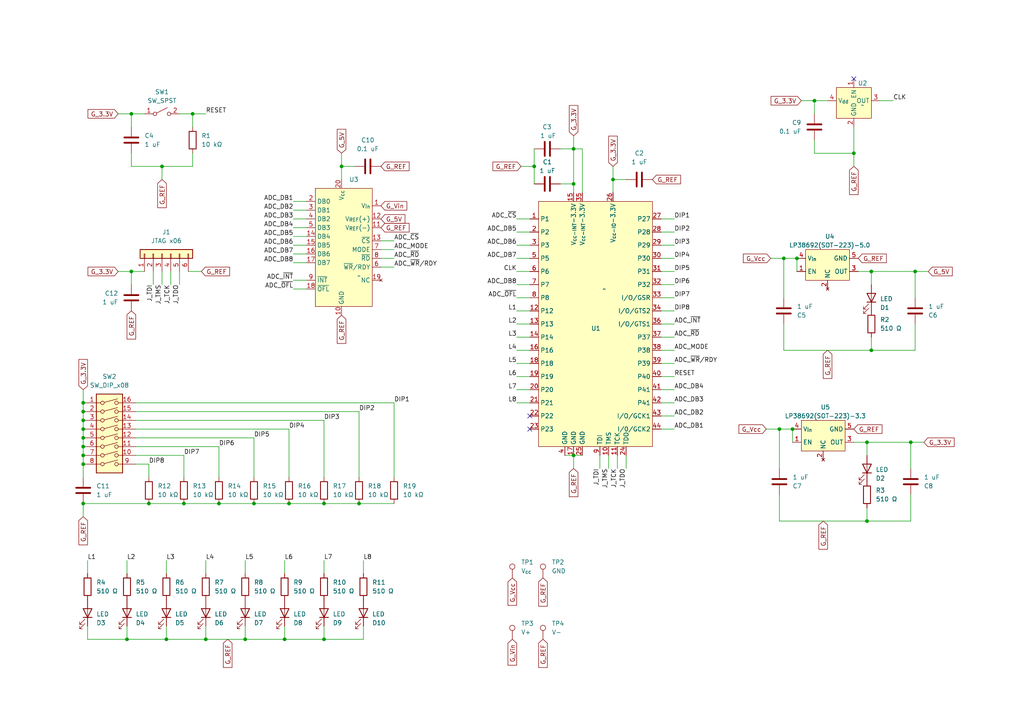
<source format=kicad_sch>
(kicad_sch (version 20230121) (generator eeschema)
  (paper "A4")
  (title_block (title "MCD Voltmeter Schematic") (date "2023-09-11") (rev "3") (company "LeTourneau University") (comment 1 "Richard Homan"))
  (lib_symbols
    (symbol "CPLD_Xilinx:XC9572XL-VQ44"
      (property "Reference" "U" (at -2.54 -12.7 0))
      (symbol "XC9572XL-VQ44_1_1"
        (rectangle (start -19.05 25.4) (end 13.97 -45.72) (fill (type background)))
        (pin bidirectional line (at -21.59 20.32 0) (length 2.54) (name "P1") (number "1"))
        (pin bidirectional line (at 1.27 -48.26 90) (length 2.54) (name "TMS") (number "10"))
        (pin bidirectional line (at 3.81 -48.26 90) (length 2.54) (name "TCK") (number "11"))
        (pin bidirectional line (at -21.59 -6.35 0) (length 2.54) (name "P12") (number "12"))
        (pin bidirectional line (at -21.59 -10.16 0) (length 2.54) (name "P13") (number "13"))
        (pin bidirectional line (at -21.59 -13.97 0) (length 2.54) (name "P14") (number "14"))
        (pin power_in line (at -8.89 27.94 270) (length 2.54) (name "V_{cc-INT}-3.3V") (number "15"))
        (pin bidirectional line (at -21.59 -17.78 0) (length 2.54) (name "P16") (number "16"))
        (pin input line (at -8.89 -48.26 90) (length 2.54) (name "GND") (number "17"))
        (pin bidirectional line (at -21.59 -21.59 0) (length 2.54) (name "P18") (number "18"))
        (pin bidirectional line (at -21.59 -25.4 0) (length 2.54) (name "P19") (number "19"))
        (pin bidirectional line (at -21.59 16.51 0) (length 2.54) (name "P2") (number "2"))
        (pin bidirectional line (at -21.59 -29.21 0) (length 2.54) (name "P20") (number "20"))
        (pin bidirectional line (at -21.59 -33.02 0) (length 2.54) (name "P21") (number "21"))
        (pin bidirectional line (at -21.59 -36.83 0) (length 2.54) (name "P22") (number "22"))
        (pin bidirectional line (at -21.59 -40.64 0) (length 2.54) (name "P23") (number "23"))
        (pin bidirectional line (at 6.35 -48.26 90) (length 2.54) (name "TDO") (number "24"))
        (pin input line (at -6.35 -48.26 90) (length 2.54) (name "GND") (number "25"))
        (pin power_in line (at 2.54 27.94 270) (length 2.54) (name "V_{cc-IO}-3.3V") (number "26"))
        (pin bidirectional line (at 16.51 20.32 180) (length 2.54) (name "P27") (number "27"))
        (pin bidirectional line (at 16.51 16.51 180) (length 2.54) (name "P28") (number "28"))
        (pin bidirectional line (at 16.51 12.7 180) (length 2.54) (name "P29") (number "29"))
        (pin bidirectional line (at -21.59 12.7 0) (length 2.54) (name "P3") (number "3"))
        (pin bidirectional line (at 16.51 8.89 180) (length 2.54) (name "P30") (number "30"))
        (pin bidirectional line (at 16.51 5.08 180) (length 2.54) (name "P31") (number "31"))
        (pin bidirectional line (at 16.51 1.27 180) (length 2.54) (name "P32") (number "32"))
        (pin bidirectional line (at 16.51 -2.54 180) (length 2.54) (name "I/O/GSR") (number "33"))
        (pin bidirectional line (at 16.51 -6.35 180) (length 2.54) (name "I/O/GTS2") (number "34"))
        (pin power_in line (at -6.35 27.94 270) (length 2.54) (name "V_{cc-INT}-3.3V") (number "35"))
        (pin bidirectional line (at 16.51 -10.16 180) (length 2.54) (name "I/O/GTS1") (number "36"))
        (pin bidirectional line (at 16.51 -13.97 180) (length 2.54) (name "P37") (number "37"))
        (pin bidirectional line (at 16.51 -17.78 180) (length 2.54) (name "P38") (number "38"))
        (pin bidirectional line (at 16.51 -21.59 180) (length 2.54) (name "P39") (number "39"))
        (pin input line (at -11.43 -48.26 90) (length 2.54) (name "GND") (number "4"))
        (pin bidirectional line (at 16.51 -25.4 180) (length 2.54) (name "P40") (number "40"))
        (pin bidirectional line (at 16.51 -29.21 180) (length 2.54) (name "P41") (number "41"))
        (pin bidirectional line (at 16.51 -33.02 180) (length 2.54) (name "P41") (number "42"))
        (pin bidirectional line (at 16.51 -36.83 180) (length 2.54) (name "I/O/GCK1") (number "43"))
        (pin bidirectional line (at 16.51 -40.64 180) (length 2.54) (name "I/0/GCK2") (number "44"))
        (pin bidirectional line (at -21.59 8.89 0) (length 2.54) (name "P5") (number "5"))
        (pin bidirectional line (at -21.59 5.08 0) (length 2.54) (name "P6") (number "6"))
        (pin bidirectional line (at -21.59 1.27 0) (length 2.54) (name "P7") (number "7"))
        (pin bidirectional line (at -21.59 -2.54 0) (length 2.54) (name "P8") (number "8"))
        (pin bidirectional line (at -1.27 -48.26 90) (length 2.54) (name "TDI") (number "9"))
      )
    )
    (symbol "Connector:TestPoint" (pin_numbers hide) (pin_names (offset 0.762) hide)
      (property "Reference" "TP" (at 0 6.858 0))
      (property "Value" "TestPoint" (at 0 5.08 0))
      (symbol "TestPoint_0_1"
        (circle (center 0 3.302) (radius 0.762))
      )
      (symbol "TestPoint_1_1"
        (pin passive line (at 0 0 90) (length 2.54) (name "1") (number "1"))
      )
    )
    (symbol "Connector_Generic:Conn_01x06" (pin_names (offset 1.016) hide)
      (property "Reference" "J" (at 0 7.62 0))
      (property "Value" "Conn_01x06" (at 0 -10.16 0))
      (symbol "Conn_01x06_1_1"
        (rectangle (start -1.27 -7.493) (end 0 -7.747) (stroke (width 0.1524)))
        (rectangle (start -1.27 -4.953) (end 0 -5.207) (stroke (width 0.1524)))
        (rectangle (start -1.27 -2.413) (end 0 -2.667) (stroke (width 0.1524)))
        (rectangle (start -1.27 0.127) (end 0 -0.127) (stroke (width 0.1524)))
        (rectangle (start -1.27 2.667) (end 0 2.413) (stroke (width 0.1524)))
        (rectangle (start -1.27 5.207) (end 0 4.953) (stroke (width 0.1524)))
        (rectangle (start -1.27 6.35) (end 1.27 -8.89) (stroke (width 0.254)) (fill (type background)))
        (pin passive line (at -5.08 5.08 0) (length 3.81) (name "Pin_1") (number "1"))
        (pin passive line (at -5.08 2.54 0) (length 3.81) (name "Pin_2") (number "2"))
        (pin passive line (at -5.08 0 0) (length 3.81) (name "Pin_3") (number "3"))
        (pin passive line (at -5.08 -2.54 0) (length 3.81) (name "Pin_4") (number "4"))
        (pin passive line (at -5.08 -5.08 0) (length 3.81) (name "Pin_5") (number "5"))
        (pin passive line (at -5.08 -7.62 0) (length 3.81) (name "Pin_6") (number "6"))
      )
    )
    (symbol "Device:C" (pin_numbers hide) (pin_names (offset 0.254))
      (property "Reference" "C" (at 0.635 2.54 0))
      (property "Value" "C" (at 0.635 -2.54 0))
      (symbol "C_0_1"
        (polyline (pts (xy -2.032 -0.762) (xy 2.032 -0.762)) (stroke (width 0.508)))
        (polyline (pts (xy -2.032 0.762) (xy 2.032 0.762)) (stroke (width 0.508)))
      )
      (symbol "C_1_1"
        (pin passive line (at 0 3.81 270) (length 2.794) (name "~") (number "1"))
        (pin passive line (at 0 -3.81 90) (length 2.794) (name "~") (number "2"))
      )
    )
    (symbol "Device:LED" (pin_numbers hide) (pin_names (offset 1.016) hide)
      (property "Reference" "D" (at 0 2.54 0))
      (property "Value" "LED" (at 0 -2.54 0))
      (symbol "LED_0_1"
        (polyline (pts (xy -1.27 -1.27) (xy -1.27 1.27)) (stroke (width 0.254)))
        (polyline (pts (xy -1.27 0) (xy 1.27 0)))
        (polyline (pts (xy 1.27 -1.27) (xy 1.27 1.27) (xy -1.27 0) (xy 1.27 -1.27)) (stroke (width 0.254)))
        (polyline (pts (xy -3.048 -0.762) (xy -4.572 -2.286) (xy -3.81 -2.286) (xy -4.572 -2.286) (xy -4.572 -1.524)))
        (polyline (pts (xy -1.778 -0.762) (xy -3.302 -2.286) (xy -2.54 -2.286) (xy -3.302 -2.286) (xy -3.302 -1.524)))
      )
      (symbol "LED_1_1"
        (pin passive line (at -3.81 0 0) (length 2.54) (name "K") (number "1"))
        (pin passive line (at 3.81 0 180) (length 2.54) (name "A") (number "2"))
      )
    )
    (symbol "Device:R" (pin_numbers hide) (pin_names (offset 0))
      (property "Reference" "R" (at 2.032 0 90))
      (property "Value" "R" (at 0 0 90))
      (symbol "R_0_1"
        (rectangle (start -1.016 -2.54) (end 1.016 2.54) (stroke (width 0.254)))
      )
      (symbol "R_1_1"
        (pin passive line (at 0 3.81 270) (length 1.27) (name "~") (number "1"))
        (pin passive line (at 0 -3.81 90) (length 1.27) (name "~") (number "2"))
      )
    )
    (symbol "MCD_Voltmeter:ADC0820"
      (property "Reference" "U" (at 3.81 -12.7 0))
      (symbol "ADC0820_1_1"
        (rectangle (start -7.62 24.13) (end 8.89 -10.16) (fill (type background)))
        (text private "https://www.ti.com/lit/ds/symlink/adc0820-n.pdf" (at 27.94 -17.78 0) (effects (font (size 1.27 1.27))))
        (pin input line (at 11.43 19.05 180) (length 2.54) (name "V_{in}") (number "1"))
        (pin input line (at 0 -12.7 90) (length 2.54) (name "GND") (number "10"))
        (pin input line (at 11.43 12.7 180) (length 2.54) (name "V_{REF}(-)") (number "11"))
        (pin input line (at 11.43 15.24 180) (length 2.54) (name "V_{REF}(+)") (number "12"))
        (pin input line (at 11.43 8.89 180) (length 2.54) (name "~{CS}") (number "13"))
        (pin output line (at -10.16 10.16 0) (length 2.54) (name "DB4") (number "14"))
        (pin output line (at -10.16 7.62 0) (length 2.54) (name "DB5") (number "15"))
        (pin output line (at -10.16 5.08 0) (length 2.54) (name "DB6") (number "16"))
        (pin output line (at -10.16 2.54 0) (length 2.54) (name "DB7") (number "17"))
        (pin output line (at -10.16 -5.08 0) (length 2.54) (name "~{OFL}") (number "18"))
        (pin no_connect line (at 11.43 -2.54 180) (length 2.54) (name "NC") (number "19"))
        (pin output line (at -10.16 20.32 0) (length 2.54) (name "DB0") (number "2"))
        (pin power_in line (at 0 26.67 270) (length 2.54) (name "V_{cc}") (number "20"))
        (pin output line (at -10.16 17.78 0) (length 2.54) (name "DB1") (number "3"))
        (pin output line (at -10.16 15.24 0) (length 2.54) (name "DB2") (number "4"))
        (pin output line (at -10.16 12.7 0) (length 2.54) (name "DB3") (number "5"))
        (pin input line (at 11.43 1.27 180) (length 2.54) (name "~{WR}/RDY") (number "6"))
        (pin input line (at 11.43 6.35 180) (length 2.54) (name "MODE") (number "7"))
        (pin input line (at 11.43 3.81 180) (length 2.54) (name "~{RD}") (number "8"))
        (pin output line (at -10.16 -2.54 0) (length 2.54) (name "~{INT}") (number "9"))
      )
    )
    (symbol "Oscillator:ECS-5032MV"
      (property "Reference" "U" (at 2.54 7.62 0))
      (symbol "ECS-5032MV_1_1"
        (rectangle (start -5.08 3.81) (end 5.08 -5.08) (fill (type background)))
        (text private "https://ecsxtal.com/store/pdf/ECS-5032MV.pdf" (at 3.81 -16.51 0) (effects (font (size 1.27 1.27))))
        (pin tri_state line (at 0 6.35 270) (length 2.54) (name "EN") (number "1"))
        (pin input line (at 0 -7.62 90) (length 2.54) (name "GND") (number "2"))
        (pin output line (at 7.62 0 180) (length 2.54) (name "OUT") (number "3"))
        (pin power_in line (at -7.62 0 0) (length 2.54) (name "V_{dd}") (number "4"))
      )
    )
    (symbol "Regulator_Linear:LP38692(SOT-223)-3.3"
      (property "Reference" "U" (at 0 1.27 0))
      (property "Value" "LP38692(SOT-223)-3.3" (at 0 6.35 0))
      (symbol "LP38692(SOT-223)-3.3_1_1"
        (rectangle (start -6.35 5.08) (end 6.35 -3.81) (fill (type background)))
        (text private "https://www.ti.com/lit/ds/symlink/lp38692.pdf" (at 0 -20.32 0) (effects (font (size 1.27 1.27))))
        (pin input line (at -8.89 -1.27 0) (length 2.54) (name "EN") (number "1"))
        (pin no_connect line (at 0 -6.35 90) (length 2.54) (name "NC") (number "2"))
        (pin power_out line (at 8.89 -1.27 180) (length 2.54) (name "OUT") (number "3"))
        (pin power_in line (at -8.89 2.54 0) (length 2.54) (name "V_{in}") (number "4"))
        (pin input line (at 8.89 2.54 180) (length 2.54) (name "GND") (number "5"))
      )
    )
    (symbol "Regulator_Linear:LP38692(SOT-223)-5.0"
      (property "Reference" "U" (at 0 1.27 0))
      (property "Value" "LP38692(SOT-223)-5.0" (at 0 6.35 0))
      (symbol "LP38692(SOT-223)-5.0_1_1"
        (rectangle (start -6.35 5.08) (end 6.35 -3.81) (fill (type background)))
        (text private "https://www.ti.com/lit/ds/symlink/lp38692.pdf" (at 0 -20.32 0) (effects (font (size 1.27 1.27))))
        (pin input line (at -8.89 -1.27 0) (length 2.54) (name "EN") (number "1"))
        (pin no_connect line (at 0 -6.35 90) (length 2.54) (name "NC") (number "2"))
        (pin power_out line (at 8.89 -1.27 180) (length 2.54) (name "OUT") (number "3"))
        (pin power_in line (at -8.89 2.54 0) (length 2.54) (name "V_{in}") (number "4"))
        (pin input line (at 8.89 2.54 180) (length 2.54) (name "GND") (number "5"))
      )
    )
    (symbol "Switch:SW_DIP_x08" (pin_names (offset 0) hide)
      (property "Reference" "SW" (at 0 13.97 0))
      (property "Value" "SW_DIP_x08" (at 0 -11.43 0))
      (symbol "SW_DIP_x08_0_0"
        (circle (center -2.032 -7.62) (radius 0.508))
        (circle (center -2.032 -5.08) (radius 0.508))
        (circle (center -2.032 -2.54) (radius 0.508))
        (circle (center -2.032 0) (radius 0.508))
        (circle (center -2.032 2.54) (radius 0.508))
        (circle (center -2.032 5.08) (radius 0.508))
        (circle (center -2.032 7.62) (radius 0.508))
        (circle (center -2.032 10.16) (radius 0.508))
        (polyline (pts (xy -1.524 -7.4676) (xy 2.3622 -6.4262)))
        (polyline (pts (xy -1.524 -4.9276) (xy 2.3622 -3.8862)))
        (polyline (pts (xy -1.524 -2.3876) (xy 2.3622 -1.3462)))
        (polyline (pts (xy -1.524 0.127) (xy 2.3622 1.1684)))
        (polyline (pts (xy -1.524 2.667) (xy 2.3622 3.7084)))
        (polyline (pts (xy -1.524 5.207) (xy 2.3622 6.2484)))
        (polyline (pts (xy -1.524 7.747) (xy 2.3622 8.7884)))
        (polyline (pts (xy -1.524 10.287) (xy 2.3622 11.3284)))
        (circle (center 2.032 -7.62) (radius 0.508))
        (circle (center 2.032 -5.08) (radius 0.508))
        (circle (center 2.032 -2.54) (radius 0.508))
        (circle (center 2.032 0) (radius 0.508))
        (circle (center 2.032 2.54) (radius 0.508))
        (circle (center 2.032 5.08) (radius 0.508))
        (circle (center 2.032 7.62) (radius 0.508))
        (circle (center 2.032 10.16) (radius 0.508))
      )
      (symbol "SW_DIP_x08_0_1"
        (rectangle (start -3.81 12.7) (end 3.81 -10.16) (stroke (width 0.254)) (fill (type background)))
      )
      (symbol "SW_DIP_x08_1_1"
        (pin passive line (at -7.62 10.16 0) (length 5.08) (name "~") (number "1"))
        (pin passive line (at 7.62 -5.08 180) (length 5.08) (name "~") (number "10"))
        (pin passive line (at 7.62 -2.54 180) (length 5.08) (name "~") (number "11"))
        (pin passive line (at 7.62 0 180) (length 5.08) (name "~") (number "12"))
        (pin passive line (at 7.62 2.54 180) (length 5.08) (name "~") (number "13"))
        (pin passive line (at 7.62 5.08 180) (length 5.08) (name "~") (number "14"))
        (pin passive line (at 7.62 7.62 180) (length 5.08) (name "~") (number "15"))
        (pin passive line (at 7.62 10.16 180) (length 5.08) (name "~") (number "16"))
        (pin passive line (at -7.62 7.62 0) (length 5.08) (name "~") (number "2"))
        (pin passive line (at -7.62 5.08 0) (length 5.08) (name "~") (number "3"))
        (pin passive line (at -7.62 2.54 0) (length 5.08) (name "~") (number "4"))
        (pin passive line (at -7.62 0 0) (length 5.08) (name "~") (number "5"))
        (pin passive line (at -7.62 -2.54 0) (length 5.08) (name "~") (number "6"))
        (pin passive line (at -7.62 -5.08 0) (length 5.08) (name "~") (number "7"))
        (pin passive line (at -7.62 -7.62 0) (length 5.08) (name "~") (number "8"))
        (pin passive line (at 7.62 -7.62 180) (length 5.08) (name "~") (number "9"))
      )
    )
    (symbol "Switch:SW_SPST" (pin_names (offset 0) hide)
      (property "Reference" "SW" (at 0 3.175 0))
      (property "Value" "SW_SPST" (at 0 -2.54 0))
      (symbol "SW_SPST_0_0"
        (circle (center -2.032 0) (radius 0.508))
        (polyline (pts (xy -1.524 0.254) (xy 1.524 1.778)))
        (circle (center 2.032 0) (radius 0.508))
      )
      (symbol "SW_SPST_1_1"
        (pin passive line (at -5.08 0 0) (length 2.54) (name "A") (number "1"))
        (pin passive line (at 5.08 0 180) (length 2.54) (name "B") (number "2"))
      )
    )
    (symbol "TestPoint_1" (pin_numbers hide) (pin_names (offset 0.762) hide)
      (property "Reference" "TP1" (at 2.54 4.572 0))
      (property "Value" "V_{cc}" (at 2.54 2.032 0))
      (symbol "TestPoint_1_0_1"
        (circle (center 0 3.302) (radius 0.762))
      )
      (symbol "TestPoint_1_1_1"
        (pin power_out line (at 0 0 90) (length 2.54) (name "1") (number "1"))
      )
    )
  )
  (junction (at 53.34 146.05))
  (junction (at 82.55 185.42))
  (junction (at 24.13 116.84))
  (junction (at 24.13 134.62))
  (junction (at 93.98 185.42))
  (junction (at 166.37 132.08))
  (junction (at 43.18 146.05))
  (junction (at 251.46 151.13))
  (junction (at 36.83 185.42))
  (junction (at 104.14 146.05))
  (junction (at 63.5 146.05))
  (junction (at 166.37 53.34))
  (junction (at 24.13 132.08))
  (junction (at 227.33 74.93))
  (junction (at 229.87 124.46))
  (junction (at 24.13 127))
  (junction (at 265.43 78.74))
  (junction (at 24.13 124.46))
  (junction (at 99.06 48.26))
  (junction (at 48.26 185.42))
  (junction (at 83.82 146.05))
  (junction (at 251.46 128.27))
  (junction (at 236.22 29.21))
  (junction (at 177.8 52.07))
  (junction (at 46.99 48.26))
  (junction (at 24.13 119.38))
  (junction (at 247.65 44.45))
  (junction (at 71.12 185.42))
  (junction (at 38.1 78.74))
  (junction (at 231.14 74.93))
  (junction (at 252.73 101.6))
  (junction (at 154.94 48.26))
  (junction (at 38.1 33.02))
  (junction (at 73.66 146.05))
  (junction (at 55.88 33.02))
  (junction (at 24.13 146.05))
  (junction (at 24.13 121.92))
  (junction (at 264.16 128.27))
  (junction (at 226.06 124.46))
  (junction (at 252.73 78.74))
  (junction (at 24.13 129.54))
  (junction (at 59.69 185.42))
  (junction (at 93.98 146.05))
  (junction (at 166.37 43.18))
  (no_connect (at 153.67 120.65))
  (no_connect (at 247.65 22.86))
  (no_connect (at 153.67 124.46))
  (wire (pts (xy 71.12 181.61) (xy 71.12 185.42)))
  (wire (pts (xy 38.1 78.74) (xy 41.91 78.74)))
  (wire (pts (xy 191.77 67.31) (xy 195.58 67.31)))
  (wire (pts (xy 85.09 68.58) (xy 88.9 68.58)))
  (wire (pts (xy 49.53 78.74) (xy 49.53 82.55)))
  (wire (pts (xy 247.65 48.26) (xy 247.65 44.45)))
  (wire (pts (xy 114.3 138.43) (xy 114.3 116.84)))
  (wire (pts (xy 255.27 29.21) (xy 259.08 29.21)))
  (wire (pts (xy 110.49 69.85) (xy 114.3 69.85)))
  (wire (pts (xy 191.77 124.46) (xy 195.58 124.46)))
  (wire (pts (xy 226.06 124.46) (xy 226.06 135.89)))
  (wire (pts (xy 149.86 78.74) (xy 153.67 78.74)))
  (wire (pts (xy 149.86 93.98) (xy 153.67 93.98)))
  (wire (pts (xy 149.86 105.41) (xy 153.67 105.41)))
  (wire (pts (xy 83.82 146.05) (xy 93.98 146.05)))
  (wire (pts (xy 252.73 97.79) (xy 252.73 101.6)))
  (wire (pts (xy 191.77 101.6) (xy 195.58 101.6)))
  (wire (pts (xy 85.09 73.66) (xy 88.9 73.66)))
  (wire (pts (xy 264.16 128.27) (xy 251.46 128.27)))
  (wire (pts (xy 46.99 52.07) (xy 46.99 48.26)))
  (wire (pts (xy 46.99 78.74) (xy 46.99 82.55)))
  (wire (pts (xy 24.13 113.03) (xy 24.13 116.84)))
  (wire (pts (xy 24.13 149.86) (xy 24.13 146.05)))
  (wire (pts (xy 227.33 74.93) (xy 231.14 74.93)))
  (wire (pts (xy 168.91 43.18) (xy 168.91 55.88)))
  (wire (pts (xy 227.33 74.93) (xy 227.33 86.36)))
  (wire (pts (xy 191.77 90.17) (xy 195.58 90.17)))
  (wire (pts (xy 264.16 143.51) (xy 264.16 151.13)))
  (wire (pts (xy 191.77 86.36) (xy 195.58 86.36)))
  (wire (pts (xy 43.18 146.05) (xy 53.34 146.05)))
  (wire (pts (xy 177.8 55.88) (xy 177.8 52.07)))
  (wire (pts (xy 265.43 101.6) (xy 252.73 101.6)))
  (wire (pts (xy 162.56 53.34) (xy 166.37 53.34)))
  (wire (pts (xy 93.98 121.92) (xy 39.37 121.92)))
  (wire (pts (xy 55.88 33.02) (xy 55.88 36.83)))
  (wire (pts (xy 231.14 74.93) (xy 231.14 78.74)))
  (wire (pts (xy 24.13 127) (xy 24.13 129.54)))
  (wire (pts (xy 149.86 97.79) (xy 153.67 97.79)))
  (wire (pts (xy 83.82 138.43) (xy 83.82 124.46)))
  (wire (pts (xy 149.86 113.03) (xy 153.67 113.03)))
  (wire (pts (xy 59.69 162.56) (xy 59.69 166.37)))
  (wire (pts (xy 251.46 128.27) (xy 251.46 132.08)))
  (wire (pts (xy 24.13 146.05) (xy 43.18 146.05)))
  (wire (pts (xy 73.66 127) (xy 39.37 127)))
  (wire (pts (xy 252.73 78.74) (xy 252.73 82.55)))
  (wire (pts (xy 149.86 63.5) (xy 153.67 63.5)))
  (wire (pts (xy 149.86 86.36) (xy 153.67 86.36)))
  (wire (pts (xy 191.77 78.74) (xy 195.58 78.74)))
  (wire (pts (xy 154.94 43.18) (xy 154.94 48.26)))
  (wire (pts (xy 229.87 124.46) (xy 229.87 128.27)))
  (wire (pts (xy 166.37 39.37) (xy 166.37 43.18)))
  (wire (pts (xy 181.61 132.08) (xy 181.61 135.89)))
  (wire (pts (xy 191.77 71.12) (xy 195.58 71.12)))
  (wire (pts (xy 24.13 121.92) (xy 24.13 124.46)))
  (wire (pts (xy 85.09 71.12) (xy 88.9 71.12)))
  (wire (pts (xy 73.66 146.05) (xy 83.82 146.05)))
  (wire (pts (xy 25.4 181.61) (xy 25.4 185.42)))
  (wire (pts (xy 63.5 146.05) (xy 73.66 146.05)))
  (wire (pts (xy 149.86 67.31) (xy 153.67 67.31)))
  (wire (pts (xy 247.65 36.83) (xy 247.65 44.45)))
  (wire (pts (xy 24.13 124.46) (xy 24.13 127)))
  (wire (pts (xy 63.5 129.54) (xy 39.37 129.54)))
  (wire (pts (xy 191.77 109.22) (xy 195.58 109.22)))
  (wire (pts (xy 52.07 78.74) (xy 52.07 82.55)))
  (wire (pts (xy 104.14 138.43) (xy 104.14 119.38)))
  (wire (pts (xy 36.83 181.61) (xy 36.83 185.42)))
  (wire (pts (xy 191.77 116.84) (xy 195.58 116.84)))
  (wire (pts (xy 151.13 48.26) (xy 154.94 48.26)))
  (wire (pts (xy 85.09 66.04) (xy 88.9 66.04)))
  (wire (pts (xy 53.34 138.43) (xy 53.34 132.08)))
  (wire (pts (xy 191.77 120.65) (xy 195.58 120.65)))
  (wire (pts (xy 38.1 48.26) (xy 46.99 48.26)))
  (wire (pts (xy 55.88 48.26) (xy 55.88 44.45)))
  (wire (pts (xy 264.16 128.27) (xy 267.97 128.27)))
  (wire (pts (xy 71.12 185.42) (xy 82.55 185.42)))
  (wire (pts (xy 226.06 143.51) (xy 226.06 151.13)))
  (wire (pts (xy 223.52 74.93) (xy 227.33 74.93)))
  (wire (pts (xy 24.13 132.08) (xy 24.13 134.62)))
  (wire (pts (xy 149.86 116.84) (xy 153.67 116.84)))
  (wire (pts (xy 34.29 78.74) (xy 38.1 78.74)))
  (wire (pts (xy 154.94 48.26) (xy 154.94 53.34)))
  (wire (pts (xy 59.69 185.42) (xy 71.12 185.42)))
  (wire (pts (xy 166.37 132.08) (xy 166.37 135.89)))
  (wire (pts (xy 110.49 72.39) (xy 114.3 72.39)))
  (wire (pts (xy 227.33 101.6) (xy 252.73 101.6)))
  (wire (pts (xy 71.12 162.56) (xy 71.12 166.37)))
  (wire (pts (xy 38.1 33.02) (xy 38.1 36.83)))
  (wire (pts (xy 38.1 78.74) (xy 38.1 82.55)))
  (wire (pts (xy 99.06 44.45) (xy 99.06 48.26)))
  (wire (pts (xy 85.09 81.28) (xy 88.9 81.28)))
  (wire (pts (xy 232.41 29.21) (xy 236.22 29.21)))
  (wire (pts (xy 265.43 78.74) (xy 252.73 78.74)))
  (wire (pts (xy 227.33 93.98) (xy 227.33 101.6)))
  (wire (pts (xy 177.8 48.26) (xy 177.8 52.07)))
  (wire (pts (xy 24.13 129.54) (xy 24.13 132.08)))
  (wire (pts (xy 85.09 58.42) (xy 88.9 58.42)))
  (wire (pts (xy 191.77 93.98) (xy 195.58 93.98)))
  (wire (pts (xy 191.77 97.79) (xy 195.58 97.79)))
  (wire (pts (xy 191.77 82.55) (xy 195.58 82.55)))
  (wire (pts (xy 24.13 119.38) (xy 24.13 121.92)))
  (wire (pts (xy 82.55 162.56) (xy 82.55 166.37)))
  (wire (pts (xy 52.07 33.02) (xy 55.88 33.02)))
  (wire (pts (xy 149.86 90.17) (xy 153.67 90.17)))
  (wire (pts (xy 73.66 138.43) (xy 73.66 127)))
  (wire (pts (xy 38.1 48.26) (xy 38.1 44.45)))
  (wire (pts (xy 236.22 44.45) (xy 236.22 40.64)))
  (wire (pts (xy 34.29 33.02) (xy 38.1 33.02)))
  (wire (pts (xy 25.4 162.56) (xy 25.4 166.37)))
  (wire (pts (xy 39.37 124.46) (xy 83.82 124.46)))
  (wire (pts (xy 85.09 60.96) (xy 88.9 60.96)))
  (wire (pts (xy 149.86 82.55) (xy 153.67 82.55)))
  (wire (pts (xy 168.91 43.18) (xy 166.37 43.18)))
  (wire (pts (xy 99.06 48.26) (xy 99.06 52.07)))
  (wire (pts (xy 53.34 132.08) (xy 39.37 132.08)))
  (wire (pts (xy 166.37 55.88) (xy 166.37 53.34)))
  (wire (pts (xy 105.41 162.56) (xy 105.41 166.37)))
  (wire (pts (xy 226.06 151.13) (xy 251.46 151.13)))
  (wire (pts (xy 251.46 147.32) (xy 251.46 151.13)))
  (wire (pts (xy 55.88 33.02) (xy 59.69 33.02)))
  (wire (pts (xy 104.14 119.38) (xy 39.37 119.38)))
  (wire (pts (xy 265.43 93.98) (xy 265.43 101.6)))
  (wire (pts (xy 43.18 134.62) (xy 39.37 134.62)))
  (wire (pts (xy 110.49 77.47) (xy 114.3 77.47)))
  (wire (pts (xy 93.98 138.43) (xy 93.98 121.92)))
  (wire (pts (xy 166.37 43.18) (xy 162.56 43.18)))
  (wire (pts (xy 53.34 146.05) (xy 63.5 146.05)))
  (wire (pts (xy 191.77 63.5) (xy 195.58 63.5)))
  (wire (pts (xy 264.16 151.13) (xy 251.46 151.13)))
  (wire (pts (xy 176.53 132.08) (xy 176.53 135.89)))
  (wire (pts (xy 85.09 83.82) (xy 88.9 83.82)))
  (wire (pts (xy 24.13 116.84) (xy 24.13 119.38)))
  (wire (pts (xy 46.99 48.26) (xy 55.88 48.26)))
  (wire (pts (xy 222.25 124.46) (xy 226.06 124.46)))
  (wire (pts (xy 105.41 181.61) (xy 105.41 185.42)))
  (wire (pts (xy 58.42 78.74) (xy 54.61 78.74)))
  (wire (pts (xy 252.73 78.74) (xy 248.92 78.74)))
  (wire (pts (xy 177.8 52.07) (xy 181.61 52.07)))
  (wire (pts (xy 43.18 134.62) (xy 43.18 138.43)))
  (wire (pts (xy 236.22 33.02) (xy 236.22 29.21)))
  (wire (pts (xy 191.77 74.93) (xy 195.58 74.93)))
  (wire (pts (xy 149.86 109.22) (xy 153.67 109.22)))
  (wire (pts (xy 149.86 74.93) (xy 153.67 74.93)))
  (wire (pts (xy 110.49 74.93) (xy 114.3 74.93)))
  (wire (pts (xy 82.55 185.42) (xy 93.98 185.42)))
  (wire (pts (xy 179.07 132.08) (xy 179.07 135.89)))
  (wire (pts (xy 36.83 185.42) (xy 48.26 185.42)))
  (wire (pts (xy 191.77 105.41) (xy 195.58 105.41)))
  (wire (pts (xy 236.22 44.45) (xy 247.65 44.45)))
  (wire (pts (xy 48.26 181.61) (xy 48.26 185.42)))
  (wire (pts (xy 104.14 146.05) (xy 114.3 146.05)))
  (wire (pts (xy 59.69 181.61) (xy 59.69 185.42)))
  (wire (pts (xy 163.83 132.08) (xy 166.37 132.08)))
  (wire (pts (xy 93.98 146.05) (xy 104.14 146.05)))
  (wire (pts (xy 48.26 185.42) (xy 59.69 185.42)))
  (wire (pts (xy 236.22 29.21) (xy 240.03 29.21)))
  (wire (pts (xy 25.4 185.42) (xy 36.83 185.42)))
  (wire (pts (xy 265.43 86.36) (xy 265.43 78.74)))
  (wire (pts (xy 63.5 138.43) (xy 63.5 129.54)))
  (wire (pts (xy 24.13 138.43) (xy 24.13 134.62)))
  (wire (pts (xy 44.45 82.55) (xy 44.45 78.74)))
  (wire (pts (xy 93.98 162.56) (xy 93.98 166.37)))
  (wire (pts (xy 264.16 135.89) (xy 264.16 128.27)))
  (wire (pts (xy 93.98 181.61) (xy 93.98 185.42)))
  (wire (pts (xy 93.98 185.42) (xy 105.41 185.42)))
  (wire (pts (xy 85.09 76.2) (xy 88.9 76.2)))
  (wire (pts (xy 48.26 162.56) (xy 48.26 166.37)))
  (wire (pts (xy 102.87 48.26) (xy 99.06 48.26)))
  (wire (pts (xy 39.37 116.84) (xy 114.3 116.84)))
  (wire (pts (xy 149.86 71.12) (xy 153.67 71.12)))
  (wire (pts (xy 166.37 43.18) (xy 166.37 53.34)))
  (wire (pts (xy 226.06 124.46) (xy 229.87 124.46)))
  (wire (pts (xy 251.46 128.27) (xy 247.65 128.27)))
  (wire (pts (xy 265.43 78.74) (xy 269.24 78.74)))
  (wire (pts (xy 191.77 113.03) (xy 195.58 113.03)))
  (wire (pts (xy 38.1 33.02) (xy 41.91 33.02)))
  (wire (pts (xy 82.55 181.61) (xy 82.55 185.42)))
  (wire (pts (xy 36.83 162.56) (xy 36.83 166.37)))
  (wire (pts (xy 85.09 63.5) (xy 88.9 63.5)))
  (wire (pts (xy 149.86 101.6) (xy 153.67 101.6)))
  (wire (pts (xy 166.37 132.08) (xy 168.91 132.08)))
  (wire (pts (xy 173.99 132.08) (xy 173.99 135.89)))
  (label "ADC_~{INT}" (at 85.09 81.28 180))
  (label "ADC_DB8" (at 85.09 76.2 180))
  (label "L6" (at 149.86 109.22 180))
  (label "L5" (at 71.12 162.56 0))
  (label "DIP6" (at 63.5 129.54 0))
  (label "L8" (at 149.86 116.84 180))
  (label "ADC_DB3" (at 195.58 116.84 0))
  (label "ADC_DB1" (at 195.58 124.46 0))
  (label "ADC_~{OFL}" (at 85.09 83.82 180))
  (label "ADC_~{CS}" (at 149.86 63.5 180))
  (label "L1" (at 149.86 90.17 180))
  (label "RESET" (at 59.69 33.02 0))
  (label "CLK" (at 149.86 78.74 180))
  (label "ADC_DB3" (at 85.09 63.5 180))
  (label "ADC_DB5" (at 85.09 68.58 180))
  (label "J_TMS" (at 46.99 82.55 270))
  (label "J_TCK" (at 49.53 82.55 270))
  (label "DIP8" (at 195.58 90.17 0))
  (label "L7" (at 93.98 162.56 0))
  (label "ADC_DB6" (at 85.09 71.12 180))
  (label "DIP2" (at 195.58 67.31 0))
  (label "DIP2" (at 104.14 119.38 0))
  (label "DIP7" (at 195.58 86.36 0))
  (label "J_TDI" (at 44.45 82.55 270))
  (label "L4" (at 149.86 101.6 180))
  (label "ADC_MODE" (at 114.3 72.39 0))
  (label "L3" (at 149.86 97.79 180))
  (label "L7" (at 149.86 113.03 180))
  (label "ADC_~{RD}" (at 195.58 97.79 0))
  (label "ADC_DB4" (at 85.09 66.04 180))
  (label "ADC_DB7" (at 149.86 74.93 180))
  (label "DIP7" (at 53.34 132.08 0))
  (label "DIP8" (at 43.18 134.62 0))
  (label "DIP4" (at 195.58 74.93 0))
  (label "ADC_~{OFL}" (at 149.86 86.36 180))
  (label "ADC_~{RD}" (at 114.3 74.93 0))
  (label "L8" (at 105.41 162.56 0))
  (label "RESET" (at 195.58 109.22 0))
  (label "ADC_DB4" (at 195.58 113.03 0))
  (label "DIP3" (at 195.58 71.12 0))
  (label "J_TDI" (at 173.99 135.89 270))
  (label "L4" (at 59.69 162.56 0))
  (label "L2" (at 36.83 162.56 0))
  (label "ADC_DB6" (at 149.86 71.12 180))
  (label "ADC_DB2" (at 195.58 120.65 0))
  (label "DIP1" (at 114.3 116.84 0))
  (label "DIP3" (at 93.98 121.92 0))
  (label "DIP5" (at 73.66 127 0))
  (label "ADC_~{WR}{slash}RDY" (at 114.3 77.47 0))
  (label "DIP5" (at 195.58 78.74 0))
  (label "J_TCK" (at 179.07 135.89 270))
  (label "ADC_DB1" (at 85.09 58.42 180))
  (label "CLK" (at 259.08 29.21 0))
  (label "L3" (at 48.26 162.56 0))
  (label "J_TMS" (at 176.53 135.89 270))
  (label "J_TDO" (at 181.61 135.89 270))
  (label "ADC_DB7" (at 85.09 73.66 180))
  (label "J_TDO" (at 52.07 82.55 270))
  (label "ADC_DB2" (at 85.09 60.96 180))
  (label "ADC_DB5" (at 149.86 67.31 180))
  (label "ADC_~{WR}{slash}RDY" (at 195.58 105.41 0))
  (label "ADC_MODE" (at 195.58 101.6 0))
  (label "DIP1" (at 195.58 63.5 0))
  (label "DIP4" (at 83.82 124.46 0))
  (label "L1" (at 25.4 162.56 0))
  (label "L6" (at 82.55 162.56 0))
  (label "DIP6" (at 195.58 82.55 0))
  (label "L2" (at 149.86 93.98 180))
  (label "L5" (at 149.86 105.41 180))
  (label "ADC_~{INT}" (at 195.58 93.98 0))
  (label "ADC_DB8" (at 149.86 82.55 180))
  (label "ADC_~{CS}" (at 114.3 69.85 0))
  (global_label "G_REF" (shape input) (at 247.65 124.46 0) (property "Intersheetrefs" "${INTERSHEET_REFS}" (effects hide)))
  (global_label "G_5V" (shape input) (at 99.06 44.45 90) (property "Intersheetrefs" "${INTERSHEET_REFS}" (effects hide)))
  (global_label "G_REF" (shape input) (at 46.99 52.07 270) (property "Intersheetrefs" "${INTERSHEET_REFS}" (effects hide)))
  (global_label "G_Vin" (shape input) (at 110.49 59.69 0) (property "Intersheetrefs" "${INTERSHEET_REFS}" (effects hide)))
  (global_label "G_REF" (shape input) (at 166.37 135.89 270) (property "Intersheetrefs" "${INTERSHEET_REFS}" (effects hide)))
  (global_label "G_REF" (shape input) (at 157.48 167.64 270) (property "Intersheetrefs" "${INTERSHEET_REFS}" (effects hide)))
  (global_label "G_REF" (shape input) (at 38.1 90.17 270) (property "Intersheetrefs" "${INTERSHEET_REFS}" (effects hide)))
  (global_label "G_REF" (shape input) (at 58.42 78.74 0) (property "Intersheetrefs" "${INTERSHEET_REFS}" (effects hide)))
  (global_label "G_Vcc" (shape input) (at 222.25 124.46 180) (property "Intersheetrefs" "${INTERSHEET_REFS}" (effects hide)))
  (global_label "G_REF" (shape input) (at 110.49 48.26 0) (property "Intersheetrefs" "${INTERSHEET_REFS}" (effects hide)))
  (global_label "G_Vin" (shape input) (at 148.59 185.42 270) (property "Intersheetrefs" "${INTERSHEET_REFS}" (effects hide)))
  (global_label "G_REF" (shape input) (at 66.04 185.42 270) (property "Intersheetrefs" "${INTERSHEET_REFS}" (effects hide)))
  (global_label "G_3.3V" (shape input) (at 166.37 39.37 90) (property "Intersheetrefs" "${INTERSHEET_REFS}" (effects hide)))
  (global_label "G_REF" (shape input) (at 189.23 52.07 0) (property "Intersheetrefs" "${INTERSHEET_REFS}" (effects hide)))
  (global_label "G_REF" (shape input) (at 240.03 101.6 270) (property "Intersheetrefs" "${INTERSHEET_REFS}" (effects hide)))
  (global_label "G_3.3V" (shape input) (at 267.97 128.27 0) (property "Intersheetrefs" "${INTERSHEET_REFS}" (effects hide)))
  (global_label "G_REF" (shape input) (at 247.65 48.26 270) (property "Intersheetrefs" "${INTERSHEET_REFS}" (effects hide)))
  (global_label "G_3.3V" (shape input) (at 177.8 48.26 90) (property "Intersheetrefs" "${INTERSHEET_REFS}" (effects hide)))
  (global_label "G_REF" (shape input) (at 24.13 149.86 270) (property "Intersheetrefs" "${INTERSHEET_REFS}" (effects hide)))
  (global_label "G_Vcc" (shape input) (at 148.59 167.64 270) (property "Intersheetrefs" "${INTERSHEET_REFS}" (effects hide)))
  (global_label "G_3.3V" (shape input) (at 34.29 33.02 180) (property "Intersheetrefs" "${INTERSHEET_REFS}" (effects hide)))
  (global_label "G_REF" (shape input) (at 157.48 185.42 270) (property "Intersheetrefs" "${INTERSHEET_REFS}" (effects hide)))
  (global_label "G_Vcc" (shape input) (at 223.52 74.93 180) (property "Intersheetrefs" "${INTERSHEET_REFS}" (effects hide)))
  (global_label "G_REF" (shape input) (at 110.49 66.04 0) (property "Intersheetrefs" "${INTERSHEET_REFS}" (effects hide)))
  (global_label "G_REF" (shape input) (at 151.13 48.26 180) (property "Intersheetrefs" "${INTERSHEET_REFS}" (effects hide)))
  (global_label "G_5V" (shape input) (at 269.24 78.74 0) (property "Intersheetrefs" "${INTERSHEET_REFS}" (effects hide)))
  (global_label "G_REF" (shape input) (at 248.92 74.93 0) (property "Intersheetrefs" "${INTERSHEET_REFS}" (effects hide)))
  (global_label "G_3.3V" (shape input) (at 24.13 113.03 90) (property "Intersheetrefs" "${INTERSHEET_REFS}" (effects hide)))
  (global_label "G_3.3V" (shape input) (at 232.41 29.21 180) (property "Intersheetrefs" "${INTERSHEET_REFS}" (effects hide)))
  (global_label "G_5V" (shape input) (at 110.49 63.5 0) (property "Intersheetrefs" "${INTERSHEET_REFS}" (effects hide)))
  (global_label "G_3.3V" (shape input) (at 34.29 78.74 180) (property "Intersheetrefs" "${INTERSHEET_REFS}" (effects hide)))
  (global_label "G_REF" (shape input) (at 238.76 151.13 270) (property "Intersheetrefs" "${INTERSHEET_REFS}" (effects hide)))
  (global_label "G_REF" (shape input) (at 99.06 91.44 270) (property "Intersheetrefs" "${INTERSHEET_REFS}" (effects hide)))
  (symbol (lib_id "Device:C") (at 264.16 139.7 0) (mirror y) (unit 1)
    (property "Reference" "C8" (at 267.97 140.97 0) (effects (justify right)))
    (property "Value" "1 uF" (at 267.97 138.43 0) (effects (justify right)))
    (property "Footprint" "Capacitor_SMD:C_0805_2012Metric" (effects hide))
  )
  (symbol (lib_id "Device:R") (at 63.5 142.24 0) (unit 1)
    (property "Reference" "R14" (at 66.04 140.97 0) (effects (justify left)))
    (property "Value" "10 kΩ" (at 66.04 143.51 0) (effects (justify left)))
    (property "Footprint" "Capacitor_SMD:C_0805_2012Metric" (effects hide))
  )
  (symbol (lib_id "Connector:TestPoint") (at 148.59 185.42 0) (unit 1)
    (property "Reference" "TP3" (at 151.13 180.848 0) (effects (justify left)))
    (property "Value" "V+" (at 151.13 183.388 0) (effects (justify left)))
    (property "Footprint" "TestPoint:TestPoint_Keystone_4952" (effects hide))
  )
  (symbol (lib_id "Device:C") (at 158.75 43.18 90) (unit 1)
    (property "Reference" "C3" (at 160.02 36.83 90) (effects (justify left)))
    (property "Value" "1 uF" (at 161.29 39.37 90) (effects (justify left)))
    (property "Footprint" "Capacitor_SMD:C_0805_2012Metric" (effects hide))
  )
  (symbol (lib_id "Device:R") (at 93.98 142.24 0) (unit 1)
    (property "Reference" "R17" (at 96.52 140.97 0) (effects (justify left)))
    (property "Value" "10 kΩ" (at 96.52 143.51 0) (effects (justify left)))
    (property "Footprint" "Capacitor_SMD:C_0805_2012Metric" (effects hide))
  )
  (symbol (lib_id "Device:R") (at 59.69 170.18 0) (mirror y) (unit 1)
    (property "Reference" "R7" (at 62.23 168.91 0) (effects (justify right)))
    (property "Value" "510 Ω" (at 62.23 171.45 0) (effects (justify right)))
    (property "Footprint" "Capacitor_SMD:C_0805_2012Metric" (effects hide))
  )
  (symbol (lib_id "Device:R") (at 25.4 170.18 0) (mirror y) (unit 1)
    (property "Reference" "R4" (at 27.94 168.91 0) (effects (justify right)))
    (property "Value" "510 Ω" (at 27.94 171.45 0) (effects (justify right)))
    (property "Footprint" "Capacitor_SMD:C_0805_2012Metric" (effects hide))
  )
  (symbol (lib_id "Device:R") (at 252.73 93.98 0) (mirror y) (unit 1)
    (property "Reference" "R2" (at 255.27 92.71 0) (effects (justify right)))
    (property "Value" "510 Ω" (at 255.27 95.25 0) (effects (justify right)))
    (property "Footprint" "Capacitor_SMD:C_0805_2012Metric" (effects hide))
  )
  (symbol (lib_id "Device:C") (at 38.1 40.64 0) (unit 1)
    (property "Reference" "C4" (at 41.91 39.37 0) (effects (justify left)))
    (property "Value" "1 uF" (at 41.91 41.91 0) (effects (justify left)))
    (property "Footprint" "Capacitor_SMD:C_0805_2012Metric" (effects hide))
  )
  (symbol (lib_id "Device:R") (at 43.18 142.24 0) (unit 1)
    (property "Reference" "R12" (at 45.72 140.97 0) (effects (justify left)))
    (property "Value" "10 kΩ" (at 45.72 143.51 0) (effects (justify left)))
    (property "Footprint" "Capacitor_SMD:C_0805_2012Metric" (effects hide))
  )
  (symbol (lib_id "Device:LED") (at 82.55 177.8 270) (mirror x) (unit 1)
    (property "Reference" "D8" (at 85.09 180.6575 90) (effects (justify left)))
    (property "Value" "LED" (at 85.09 178.1175 90) (effects (justify left)))
    (property "Footprint" "LED_SMD:LED_0805_2012Metric" (effects hide))
  )
  (symbol (lib_id "Device:R") (at 114.3 142.24 180) (unit 1)
    (property "Reference" "R19" (at 116.84 140.97 0) (effects (justify right)))
    (property "Value" "10 kΩ" (at 116.84 143.51 0) (effects (justify right)))
    (property "Footprint" "Capacitor_SMD:C_0805_2012Metric" (effects hide))
  )
  (symbol (lib_id "Oscillator:ECS-5032MV") (at 247.65 29.21 0) (unit 1)
    (property "Reference" "U2" (at 250.19 24.13 0))
    (property "Value" "~" (at 250.19 30.48 0))
    (property "Footprint" "Crystal:Crystal_SMD_5032-4Pin_5.0x3.2mm" (effects hide))
  )
  (symbol (lib_id "Device:LED") (at 48.26 177.8 270) (mirror x) (unit 1)
    (property "Reference" "D5" (at 50.8 180.6575 90) (effects (justify left)))
    (property "Value" "LED" (at 50.8 178.1175 90) (effects (justify left)))
    (property "Footprint" "LED_SMD:LED_0805_2012Metric" (effects hide))
  )
  (symbol (lib_id "Device:C") (at 236.22 36.83 0) (mirror y) (unit 1)
    (property "Reference" "C9" (at 232.41 35.56 0) (effects (justify left)))
    (property "Value" "0.1 uF" (at 232.41 38.1 0) (effects (justify left)))
    (property "Footprint" "Capacitor_SMD:C_0805_2012Metric" (effects hide))
  )
  (symbol (lib_id "Device:R") (at 251.46 143.51 0) (mirror y) (unit 1)
    (property "Reference" "R3" (at 254 142.24 0) (effects (justify right)))
    (property "Value" "510 Ω" (at 254 144.78 0) (effects (justify right)))
    (property "Footprint" "Capacitor_SMD:C_0805_2012Metric" (effects hide))
  )
  (symbol (lib_id "MCD_Voltmeter:ADC0820") (at 99.06 78.74 0) (unit 1)
    (property "Reference" "U3" (at 101.2541 52.07 0) (effects (justify left)))
    (property "Value" "~" (at 104.14 80.01 0))
    (property "Footprint" "Package_SO:SOIC-20W_7.5x12.8mm_P1.27mm" (effects hide))
  )
  (symbol (lib_id "Device:R") (at 71.12 170.18 0) (mirror y) (unit 1)
    (property "Reference" "R8" (at 73.66 168.91 0) (effects (justify right)))
    (property "Value" "510 Ω" (at 73.66 171.45 0) (effects (justify right)))
    (property "Footprint" "Capacitor_SMD:C_0805_2012Metric" (effects hide))
  )
  (symbol (lib_id "Device:C") (at 106.68 48.26 90) (unit 1)
    (property "Reference" "C10" (at 106.68 40.64 90))
    (property "Value" "0.1 uF" (at 106.68 43.18 90))
    (property "Footprint" "Capacitor_SMD:C_0805_2012Metric" (effects hide))
  )
  (symbol (lib_id "Device:C") (at 158.75 53.34 90) (unit 1)
    (property "Reference" "C1" (at 158.75 46.99 90))
    (property "Value" "1 uF" (at 158.75 49.53 90))
    (property "Footprint" "Capacitor_SMD:C_0805_2012Metric" (effects hide))
  )
  (symbol (lib_id "Device:R") (at 105.41 170.18 0) (mirror y) (unit 1)
    (property "Reference" "R11" (at 107.95 168.91 0) (effects (justify right)))
    (property "Value" "510 Ω" (at 107.95 171.45 0) (effects (justify right)))
    (property "Footprint" "Capacitor_SMD:C_0805_2012Metric" (effects hide))
  )
  (symbol (lib_id "Device:LED") (at 71.12 177.8 270) (mirror x) (unit 1)
    (property "Reference" "D7" (at 73.66 180.6575 90) (effects (justify left)))
    (property "Value" "LED" (at 73.66 178.1175 90) (effects (justify left)))
    (property "Footprint" "LED_SMD:LED_0805_2012Metric" (effects hide))
  )
  (symbol (lib_id "Device:LED") (at 251.46 135.89 270) (mirror x) (unit 1)
    (property "Reference" "D2" (at 254 138.7475 90) (effects (justify left)))
    (property "Value" "LED" (at 254 136.2075 90) (effects (justify left)))
    (property "Footprint" "LED_SMD:LED_0805_2012Metric" (effects hide))
  )
  (symbol (lib_id "CPLD_Xilinx:XC9572XL-VQ44") (at 175.26 83.82 0) (unit 1)
    (property "Reference" "U1" (at 171.45 95.25 0) (effects (justify left)))
    (property "Value" "~" (at 175.26 83.82 0))
    (property "Footprint" "Package_QFP:VQFP-44_10x10mm_P0.8mm" (effects hide))
  )
  (symbol (lib_id "Device:C") (at 24.13 142.24 0) (unit 1)
    (property "Reference" "C11" (at 27.94 140.97 0) (effects (justify left)))
    (property "Value" "1 uF" (at 27.94 143.51 0) (effects (justify left)))
    (property "Footprint" "Capacitor_SMD:C_0805_2012Metric" (effects hide))
  )
  (symbol (lib_id "Switch:SW_SPST") (at 46.99 33.02 0) (unit 1)
    (property "Reference" "SW1" (at 46.99 26.67 0))
    (property "Value" "SW_SPST" (at 46.99 29.21 0))
    (property "Footprint" "Button_Switch_SMD:SW_SPST_EVQQ2" (effects hide))
  )
  (symbol (lib_id "Device:C") (at 38.1 86.36 0) (mirror y) (unit 1)
    (property "Reference" "C12" (at 34.29 85.09 0) (effects (justify left)))
    (property "Value" "1 uF" (at 34.29 87.63 0) (effects (justify left)))
    (property "Footprint" "Capacitor_SMD:C_0805_2012Metric" (effects hide))
  )
  (symbol (lib_id "Switch:SW_DIP_x08") (at 31.75 127 0) (unit 1)
    (property "Reference" "SW2" (at 31.75 109.22 0))
    (property "Value" "SW_DIP_x08" (at 31.75 111.76 0))
    (property "Footprint" "Button_Switch_SMD:SW_DIP_SPSTx08_Slide_6.7x21.88mm_W6.73mm_P2.54mm_LowProfile_JPin" (effects hide))
  )
  (symbol (lib_id "Regulator_Linear:LP38692(SOT-223)-3.3") (at 238.76 127 0) (unit 1)
    (property "Reference" "U5" (at 239.395 118.11 0))
    (property "Value" "LP38692(SOT-223)-3.3" (at 239.395 120.65 0))
    (property "Footprint" "Package_TO_SOT_SMD:SOT-223-5" (effects hide))
  )
  (symbol (lib_id "Device:R") (at 55.88 40.64 0) (unit 1)
    (property "Reference" "R1" (at 58.42 39.37 0) (effects (justify left)))
    (property "Value" "10 kΩ" (at 58.42 41.91 0) (effects (justify left)))
    (property "Footprint" "Capacitor_SMD:C_0805_2012Metric" (effects hide))
  )
  (symbol (lib_id "Connector:TestPoint") (at 157.48 167.64 0) (unit 1)
    (property "Reference" "TP2" (at 160.02 163.068 0) (effects (justify left)))
    (property "Value" "GND" (at 160.02 165.608 0) (effects (justify left)))
    (property "Footprint" "TestPoint:TestPoint_Keystone_4952" (effects hide))
  )
  (symbol (lib_id "Device:R") (at 82.55 170.18 0) (mirror y) (unit 1)
    (property "Reference" "R9" (at 85.09 168.91 0) (effects (justify right)))
    (property "Value" "510 Ω" (at 85.09 171.45 0) (effects (justify right)))
    (property "Footprint" "Capacitor_SMD:C_0805_2012Metric" (effects hide))
  )
  (symbol (lib_id "Device:LED") (at 36.83 177.8 270) (mirror x) (unit 1)
    (property "Reference" "D4" (at 39.37 180.6575 90) (effects (justify left)))
    (property "Value" "LED" (at 39.37 178.1175 90) (effects (justify left)))
    (property "Footprint" "LED_SMD:LED_0805_2012Metric" (effects hide))
  )
  (symbol (lib_id "Device:LED") (at 59.69 177.8 270) (mirror x) (unit 1)
    (property "Reference" "D6" (at 62.23 180.6575 90) (effects (justify left)))
    (property "Value" "LED" (at 62.23 178.1175 90) (effects (justify left)))
    (property "Footprint" "LED_SMD:LED_0805_2012Metric" (effects hide))
  )
  (symbol (lib_id "Device:R") (at 48.26 170.18 0) (mirror y) (unit 1)
    (property "Reference" "R6" (at 50.8 168.91 0) (effects (justify right)))
    (property "Value" "510 Ω" (at 50.8 171.45 0) (effects (justify right)))
    (property "Footprint" "Capacitor_SMD:C_0805_2012Metric" (effects hide))
  )
  (symbol (lib_name "TestPoint_1") (lib_id "Connector:TestPoint") (at 148.59 167.64 0) (unit 1)
    (property "Reference" "TP1" (at 151.13 163.068 0) (effects (justify left)))
    (property "Value" "V_{cc}" (at 151.13 165.608 0) (effects (justify left)))
    (property "Footprint" "TestPoint:TestPoint_Keystone_4952" (effects hide))
  )
  (symbol (lib_id "Device:R") (at 53.34 142.24 0) (unit 1)
    (property "Reference" "R13" (at 55.88 140.97 0) (effects (justify left)))
    (property "Value" "10 kΩ" (at 55.88 143.51 0) (effects (justify left)))
    (property "Footprint" "Capacitor_SMD:C_0805_2012Metric" (effects hide))
  )
  (symbol (lib_id "Device:C") (at 185.42 52.07 90) (unit 1)
    (property "Reference" "C2" (at 185.42 44.45 90))
    (property "Value" "1 uF" (at 185.42 46.99 90))
    (property "Footprint" "Capacitor_SMD:C_0805_2012Metric" (effects hide))
  )
  (symbol (lib_id "Device:R") (at 93.98 170.18 0) (mirror y) (unit 1)
    (property "Reference" "R10" (at 96.52 168.91 0) (effects (justify right)))
    (property "Value" "510 Ω" (at 96.52 171.45 0) (effects (justify right)))
    (property "Footprint" "Capacitor_SMD:C_0805_2012Metric" (effects hide))
  )
  (symbol (lib_id "Device:LED") (at 105.41 177.8 270) (mirror x) (unit 1)
    (property "Reference" "D10" (at 107.95 180.6575 90) (effects (justify left)))
    (property "Value" "LED" (at 107.95 178.1175 90) (effects (justify left)))
    (property "Footprint" "LED_SMD:LED_0805_2012Metric" (effects hide))
  )
  (symbol (lib_id "Device:R") (at 83.82 142.24 0) (unit 1)
    (property "Reference" "R16" (at 86.36 140.97 0) (effects (justify left)))
    (property "Value" "10 kΩ" (at 86.36 143.51 0) (effects (justify left)))
    (property "Footprint" "Capacitor_SMD:C_0805_2012Metric" (effects hide))
  )
  (symbol (lib_id "Regulator_Linear:LP38692(SOT-223)-5.0") (at 240.03 77.47 0) (unit 1)
    (property "Reference" "U4" (at 240.665 68.58 0))
    (property "Value" "LP38692(SOT-223)-5.0" (at 240.665 71.12 0))
    (property "Footprint" "Package_TO_SOT_SMD:SOT-223-5" (effects hide))
  )
  (symbol (lib_id "Device:LED") (at 252.73 86.36 270) (mirror x) (unit 1)
    (property "Reference" "D1" (at 255.27 89.2175 90) (effects (justify left)))
    (property "Value" "LED" (at 255.27 86.6775 90) (effects (justify left)))
    (property "Footprint" "LED_SMD:LED_0805_2012Metric" (effects hide))
  )
  (symbol (lib_id "Connector:TestPoint") (at 157.48 185.42 0) (unit 1)
    (property "Reference" "TP4" (at 160.02 180.848 0) (effects (justify left)))
    (property "Value" "V-" (at 160.02 183.388 0) (effects (justify left)))
    (property "Footprint" "TestPoint:TestPoint_Keystone_4952" (effects hide))
  )
  (symbol (lib_id "Device:C") (at 226.06 139.7 0) (mirror y) (unit 1)
    (property "Reference" "C7" (at 229.87 140.97 0) (effects (justify right)))
    (property "Value" "1 uF" (at 229.87 138.43 0) (effects (justify right)))
    (property "Footprint" "Capacitor_SMD:C_0805_2012Metric" (effects hide))
  )
  (symbol (lib_id "Device:R") (at 104.14 142.24 180) (unit 1)
    (property "Reference" "R18" (at 106.68 140.97 0) (effects (justify right)))
    (property "Value" "10 kΩ" (at 106.68 143.51 0) (effects (justify right)))
    (property "Footprint" "Capacitor_SMD:C_0805_2012Metric" (effects hide))
  )
  (symbol (lib_id "Device:R") (at 36.83 170.18 0) (mirror y) (unit 1)
    (property "Reference" "R5" (at 39.37 168.91 0) (effects (justify right)))
    (property "Value" "510 Ω" (at 39.37 171.45 0) (effects (justify right)))
    (property "Footprint" "Capacitor_SMD:C_0805_2012Metric" (effects hide))
  )
  (symbol (lib_id "Device:C") (at 265.43 90.17 0) (mirror y) (unit 1)
    (property "Reference" "C6" (at 269.24 91.44 0) (effects (justify right)))
    (property "Value" "1 uF" (at 269.24 88.9 0) (effects (justify right)))
    (property "Footprint" "Capacitor_SMD:C_0805_2012Metric" (effects hide))
  )
  (symbol (lib_id "Device:LED") (at 25.4 177.8 270) (mirror x) (unit 1)
    (property "Reference" "D3" (at 27.94 180.6575 90) (effects (justify left)))
    (property "Value" "LED" (at 27.94 178.1175 90) (effects (justify left)))
    (property "Footprint" "LED_SMD:LED_0805_2012Metric" (effects hide))
  )
  (symbol (lib_id "Device:C") (at 227.33 90.17 0) (mirror y) (unit 1)
    (property "Reference" "C5" (at 231.14 91.44 0) (effects (justify right)))
    (property "Value" "1 uF" (at 231.14 88.9 0) (effects (justify right)))
    (property "Footprint" "Capacitor_SMD:C_0805_2012Metric" (effects hide))
  )
  (symbol (lib_id "Device:R") (at 73.66 142.24 0) (unit 1)
    (property "Reference" "R15" (at 76.2 140.97 0) (effects (justify left)))
    (property "Value" "10 kΩ" (at 76.2 143.51 0) (effects (justify left)))
    (property "Footprint" "Capacitor_SMD:C_0805_2012Metric" (effects hide))
  )
  (symbol (lib_id "Device:LED") (at 93.98 177.8 270) (mirror x) (unit 1)
    (property "Reference" "D9" (at 96.52 180.6575 90) (effects (justify left)))
    (property "Value" "LED" (at 96.52 178.1175 90) (effects (justify left)))
    (property "Footprint" "LED_SMD:LED_0805_2012Metric" (effects hide))
  )
  (symbol (lib_id "Connector_Generic:Conn_01x06") (at 46.99 73.66 90) (unit 1)
    (property "Reference" "J1" (at 48.26 67.31 90))
    (property "Value" "JTAG x06" (at 48.26 69.85 90))
    (property "Footprint" "Connector_PinHeader_2.54mm:PinHeader_1x06_P2.54mm_Vertical" (effects hide))
  )
)
</source>
